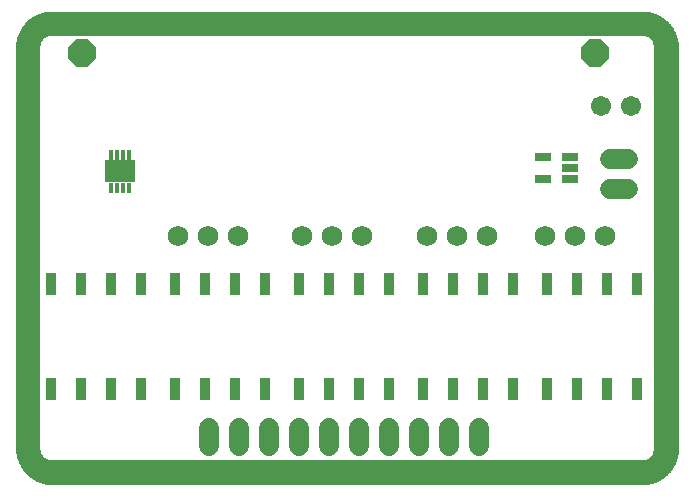
<source format=gts>
G04 EAGLE Gerber RS-274X export*
G75*
%MOMM*%
%FSLAX35Y35*%
%LPD*%
%INsolder_mask_top*%
%IPPOS*%
%AMOC8*
5,1,8,0,0,1.08239X$1,22.5*%
G01*
%ADD10C,0.000000*%
%ADD11C,2.000000*%
%ADD12C,1.727200*%
%ADD13R,0.453200X0.903200*%
%ADD14R,2.583200X1.853200*%
%ADD15R,1.403200X0.803200*%
%ADD16C,1.703200*%
%ADD17R,0.853200X1.853200*%
%ADD18C,1.727200*%
%ADD19P,2.556822X8X22.500000*%


D10*
X5600000Y3700000D02*
X5600000Y300000D01*
X5599912Y292751D01*
X5599650Y285506D01*
X5599212Y278270D01*
X5598599Y271046D01*
X5597813Y263839D01*
X5596852Y256653D01*
X5595718Y249493D01*
X5594411Y242362D01*
X5592932Y235265D01*
X5591283Y228205D01*
X5589463Y221188D01*
X5587474Y214216D01*
X5585317Y207295D01*
X5582994Y200428D01*
X5580505Y193619D01*
X5577852Y186872D01*
X5575038Y180191D01*
X5572062Y173580D01*
X5568928Y167043D01*
X5565637Y160583D01*
X5562190Y154205D01*
X5558591Y147912D01*
X5554840Y141708D01*
X5550941Y135596D01*
X5546895Y129581D01*
X5542705Y123664D01*
X5538373Y117851D01*
X5533902Y112144D01*
X5529295Y106547D01*
X5524553Y101063D01*
X5519681Y95695D01*
X5514680Y90447D01*
X5509553Y85320D01*
X5504305Y80319D01*
X5498937Y75447D01*
X5493453Y70705D01*
X5487856Y66098D01*
X5482149Y61627D01*
X5476336Y57295D01*
X5470419Y53105D01*
X5464404Y49059D01*
X5458292Y45160D01*
X5452088Y41409D01*
X5445795Y37810D01*
X5439417Y34363D01*
X5432957Y31072D01*
X5426420Y27938D01*
X5419809Y24962D01*
X5413128Y22148D01*
X5406381Y19495D01*
X5399572Y17006D01*
X5392705Y14683D01*
X5385784Y12526D01*
X5378812Y10537D01*
X5371795Y8717D01*
X5364735Y7068D01*
X5357638Y5589D01*
X5350507Y4282D01*
X5343347Y3148D01*
X5336161Y2187D01*
X5328954Y1401D01*
X5321730Y788D01*
X5314494Y350D01*
X5307249Y88D01*
X5300000Y0D01*
X300000Y0D01*
X292751Y88D01*
X285506Y350D01*
X278270Y788D01*
X271046Y1401D01*
X263839Y2187D01*
X256653Y3148D01*
X249493Y4282D01*
X242362Y5589D01*
X235265Y7068D01*
X228205Y8717D01*
X221188Y10537D01*
X214216Y12526D01*
X207295Y14683D01*
X200428Y17006D01*
X193619Y19495D01*
X186872Y22148D01*
X180191Y24962D01*
X173580Y27938D01*
X167043Y31072D01*
X160583Y34363D01*
X154205Y37810D01*
X147912Y41409D01*
X141708Y45160D01*
X135596Y49059D01*
X129581Y53105D01*
X123664Y57295D01*
X117851Y61627D01*
X112144Y66098D01*
X106547Y70705D01*
X101063Y75447D01*
X95695Y80319D01*
X90447Y85320D01*
X85320Y90447D01*
X80319Y95695D01*
X75447Y101063D01*
X70705Y106547D01*
X66098Y112144D01*
X61627Y117851D01*
X57295Y123664D01*
X53105Y129581D01*
X49059Y135596D01*
X45160Y141708D01*
X41409Y147912D01*
X37810Y154205D01*
X34363Y160583D01*
X31072Y167043D01*
X27938Y173580D01*
X24962Y180191D01*
X22148Y186872D01*
X19495Y193619D01*
X17006Y200428D01*
X14683Y207295D01*
X12526Y214216D01*
X10537Y221188D01*
X8717Y228205D01*
X7068Y235265D01*
X5589Y242362D01*
X4282Y249493D01*
X3148Y256653D01*
X2187Y263839D01*
X1401Y271046D01*
X788Y278270D01*
X350Y285506D01*
X88Y292751D01*
X0Y300000D01*
X0Y3700000D01*
X88Y3707249D01*
X350Y3714494D01*
X788Y3721730D01*
X1401Y3728954D01*
X2187Y3736161D01*
X3148Y3743347D01*
X4282Y3750507D01*
X5589Y3757638D01*
X7068Y3764735D01*
X8717Y3771795D01*
X10537Y3778812D01*
X12526Y3785784D01*
X14683Y3792705D01*
X17006Y3799572D01*
X19495Y3806381D01*
X22148Y3813128D01*
X24962Y3819809D01*
X27938Y3826420D01*
X31072Y3832957D01*
X34363Y3839417D01*
X37810Y3845795D01*
X41409Y3852088D01*
X45160Y3858292D01*
X49059Y3864404D01*
X53105Y3870419D01*
X57295Y3876336D01*
X61627Y3882149D01*
X66098Y3887856D01*
X70705Y3893453D01*
X75447Y3898937D01*
X80319Y3904305D01*
X85320Y3909553D01*
X90447Y3914680D01*
X95695Y3919681D01*
X101063Y3924553D01*
X106547Y3929295D01*
X112144Y3933902D01*
X117851Y3938373D01*
X123664Y3942705D01*
X129581Y3946895D01*
X135596Y3950941D01*
X141708Y3954840D01*
X147912Y3958591D01*
X154205Y3962190D01*
X160583Y3965637D01*
X167043Y3968928D01*
X173580Y3972062D01*
X180191Y3975038D01*
X186872Y3977852D01*
X193619Y3980505D01*
X200428Y3982994D01*
X207295Y3985317D01*
X214216Y3987474D01*
X221188Y3989463D01*
X228205Y3991283D01*
X235265Y3992932D01*
X242362Y3994411D01*
X249493Y3995718D01*
X256653Y3996852D01*
X263839Y3997813D01*
X271046Y3998599D01*
X278270Y3999212D01*
X285506Y3999650D01*
X292751Y3999912D01*
X300000Y4000000D01*
X5300000Y4000000D01*
X5307249Y3999912D01*
X5314494Y3999650D01*
X5321730Y3999212D01*
X5328954Y3998599D01*
X5336161Y3997813D01*
X5343347Y3996852D01*
X5350507Y3995718D01*
X5357638Y3994411D01*
X5364735Y3992932D01*
X5371795Y3991283D01*
X5378812Y3989463D01*
X5385784Y3987474D01*
X5392705Y3985317D01*
X5399572Y3982994D01*
X5406381Y3980505D01*
X5413128Y3977852D01*
X5419809Y3975038D01*
X5426420Y3972062D01*
X5432957Y3968928D01*
X5439417Y3965637D01*
X5445795Y3962190D01*
X5452088Y3958591D01*
X5458292Y3954840D01*
X5464404Y3950941D01*
X5470419Y3946895D01*
X5476336Y3942705D01*
X5482149Y3938373D01*
X5487856Y3933902D01*
X5493453Y3929295D01*
X5498937Y3924553D01*
X5504305Y3919681D01*
X5509553Y3914680D01*
X5514680Y3909553D01*
X5519681Y3904305D01*
X5524553Y3898937D01*
X5529295Y3893453D01*
X5533902Y3887856D01*
X5538373Y3882149D01*
X5542705Y3876336D01*
X5546895Y3870419D01*
X5550941Y3864404D01*
X5554840Y3858292D01*
X5558591Y3852088D01*
X5562190Y3845795D01*
X5565637Y3839417D01*
X5568928Y3832957D01*
X5572062Y3826420D01*
X5575038Y3819809D01*
X5577852Y3813128D01*
X5580505Y3806381D01*
X5582994Y3799572D01*
X5585317Y3792705D01*
X5587474Y3785784D01*
X5589463Y3778812D01*
X5591283Y3771795D01*
X5592932Y3764735D01*
X5594411Y3757638D01*
X5595718Y3750507D01*
X5596852Y3743347D01*
X5597813Y3736161D01*
X5598599Y3728954D01*
X5599212Y3721730D01*
X5599650Y3714494D01*
X5599912Y3707249D01*
X5600000Y3700000D01*
D11*
X5300000Y100000D02*
X300000Y100000D01*
X295167Y100058D01*
X290337Y100234D01*
X285513Y100525D01*
X280697Y100934D01*
X275893Y101458D01*
X271102Y102099D01*
X266329Y102855D01*
X261575Y103726D01*
X256843Y104712D01*
X252137Y105812D01*
X247459Y107025D01*
X242811Y108351D01*
X238197Y109789D01*
X233618Y111338D01*
X229079Y112997D01*
X224581Y114765D01*
X220127Y116642D01*
X215720Y118625D01*
X211362Y120715D01*
X207055Y122909D01*
X202803Y125206D01*
X198608Y127606D01*
X194472Y130106D01*
X190397Y132706D01*
X186387Y135403D01*
X182443Y138197D01*
X178567Y141084D01*
X174763Y144065D01*
X171032Y147137D01*
X167375Y150298D01*
X163797Y153546D01*
X160298Y156880D01*
X156880Y160298D01*
X153546Y163797D01*
X150298Y167375D01*
X147137Y171032D01*
X144065Y174763D01*
X141084Y178567D01*
X138197Y182443D01*
X135403Y186387D01*
X132706Y190397D01*
X130106Y194472D01*
X127606Y198608D01*
X125206Y202803D01*
X122909Y207055D01*
X120715Y211362D01*
X118625Y215720D01*
X116642Y220127D01*
X114765Y224581D01*
X112997Y229079D01*
X111338Y233618D01*
X109789Y238197D01*
X108351Y242811D01*
X107025Y247459D01*
X105812Y252137D01*
X104712Y256843D01*
X103726Y261575D01*
X102855Y266329D01*
X102099Y271102D01*
X101458Y275893D01*
X100934Y280697D01*
X100525Y285513D01*
X100234Y290337D01*
X100058Y295167D01*
X100000Y300000D01*
X100000Y3700000D01*
X100058Y3704833D01*
X100234Y3709663D01*
X100525Y3714487D01*
X100934Y3719303D01*
X101458Y3724107D01*
X102099Y3728898D01*
X102855Y3733671D01*
X103726Y3738425D01*
X104712Y3743157D01*
X105812Y3747863D01*
X107025Y3752541D01*
X108351Y3757189D01*
X109789Y3761803D01*
X111338Y3766382D01*
X112997Y3770921D01*
X114765Y3775419D01*
X116642Y3779873D01*
X118625Y3784280D01*
X120715Y3788638D01*
X122909Y3792945D01*
X125206Y3797197D01*
X127606Y3801392D01*
X130106Y3805528D01*
X132706Y3809603D01*
X135403Y3813613D01*
X138197Y3817557D01*
X141084Y3821433D01*
X144065Y3825237D01*
X147137Y3828968D01*
X150298Y3832625D01*
X153546Y3836203D01*
X156880Y3839702D01*
X160298Y3843120D01*
X163797Y3846454D01*
X167375Y3849702D01*
X171032Y3852863D01*
X174763Y3855935D01*
X178567Y3858916D01*
X182443Y3861803D01*
X186387Y3864597D01*
X190397Y3867294D01*
X194472Y3869894D01*
X198608Y3872394D01*
X202803Y3874794D01*
X207055Y3877091D01*
X211362Y3879285D01*
X215720Y3881375D01*
X220127Y3883358D01*
X224581Y3885235D01*
X229079Y3887003D01*
X233618Y3888662D01*
X238197Y3890211D01*
X242811Y3891649D01*
X247459Y3892975D01*
X252137Y3894188D01*
X256843Y3895288D01*
X261575Y3896274D01*
X266329Y3897145D01*
X271102Y3897901D01*
X275893Y3898542D01*
X280697Y3899066D01*
X285513Y3899475D01*
X290337Y3899766D01*
X295167Y3899942D01*
X300000Y3900000D01*
X5300000Y3900000D01*
X5304833Y3899942D01*
X5309663Y3899766D01*
X5314487Y3899475D01*
X5319303Y3899066D01*
X5324107Y3898542D01*
X5328898Y3897901D01*
X5333671Y3897145D01*
X5338425Y3896274D01*
X5343157Y3895288D01*
X5347863Y3894188D01*
X5352541Y3892975D01*
X5357189Y3891649D01*
X5361803Y3890211D01*
X5366382Y3888662D01*
X5370921Y3887003D01*
X5375419Y3885235D01*
X5379873Y3883358D01*
X5384280Y3881375D01*
X5388638Y3879285D01*
X5392945Y3877091D01*
X5397197Y3874794D01*
X5401392Y3872394D01*
X5405528Y3869894D01*
X5409603Y3867294D01*
X5413613Y3864597D01*
X5417557Y3861803D01*
X5421433Y3858916D01*
X5425237Y3855935D01*
X5428968Y3852863D01*
X5432625Y3849702D01*
X5436203Y3846454D01*
X5439702Y3843120D01*
X5443120Y3839702D01*
X5446454Y3836203D01*
X5449702Y3832625D01*
X5452863Y3828968D01*
X5455935Y3825237D01*
X5458916Y3821433D01*
X5461803Y3817557D01*
X5464597Y3813613D01*
X5467294Y3809603D01*
X5469894Y3805528D01*
X5472394Y3801392D01*
X5474794Y3797197D01*
X5477091Y3792945D01*
X5479285Y3788638D01*
X5481375Y3784280D01*
X5483358Y3779873D01*
X5485235Y3775419D01*
X5487003Y3770921D01*
X5488662Y3766382D01*
X5490211Y3761803D01*
X5491649Y3757189D01*
X5492975Y3752541D01*
X5494188Y3747863D01*
X5495288Y3743157D01*
X5496274Y3738425D01*
X5497145Y3733671D01*
X5497901Y3728898D01*
X5498542Y3724107D01*
X5499066Y3719303D01*
X5499475Y3714487D01*
X5499766Y3709663D01*
X5499942Y3704833D01*
X5500000Y3700000D01*
X5500000Y300000D01*
X5499942Y295167D01*
X5499766Y290337D01*
X5499475Y285513D01*
X5499066Y280697D01*
X5498542Y275893D01*
X5497901Y271102D01*
X5497145Y266329D01*
X5496274Y261575D01*
X5495288Y256843D01*
X5494188Y252137D01*
X5492975Y247459D01*
X5491649Y242811D01*
X5490211Y238197D01*
X5488662Y233618D01*
X5487003Y229079D01*
X5485235Y224581D01*
X5483358Y220127D01*
X5481375Y215720D01*
X5479285Y211362D01*
X5477091Y207055D01*
X5474794Y202803D01*
X5472394Y198608D01*
X5469894Y194472D01*
X5467294Y190397D01*
X5464597Y186387D01*
X5461803Y182443D01*
X5458916Y178567D01*
X5455935Y174763D01*
X5452863Y171032D01*
X5449702Y167375D01*
X5446454Y163797D01*
X5443120Y160298D01*
X5439702Y156880D01*
X5436203Y153546D01*
X5432625Y150298D01*
X5428968Y147137D01*
X5425237Y144065D01*
X5421433Y141084D01*
X5417557Y138197D01*
X5413613Y135403D01*
X5409603Y132706D01*
X5405528Y130106D01*
X5401392Y127606D01*
X5397197Y125206D01*
X5392945Y122909D01*
X5388638Y120715D01*
X5384280Y118625D01*
X5379873Y116642D01*
X5375419Y114765D01*
X5370921Y112997D01*
X5366382Y111338D01*
X5361803Y109789D01*
X5357189Y108351D01*
X5352541Y107025D01*
X5347863Y105812D01*
X5343157Y104712D01*
X5338425Y103726D01*
X5333671Y102855D01*
X5328898Y102099D01*
X5324107Y101458D01*
X5319303Y100934D01*
X5314487Y100525D01*
X5309663Y100234D01*
X5304833Y100058D01*
X5300000Y100000D01*
D12*
X1371000Y2100000D03*
X1625000Y2100000D03*
X1879000Y2100000D03*
X4471000Y2100000D03*
X4725000Y2100000D03*
X4979000Y2100000D03*
X2421000Y2100000D03*
X2675000Y2100000D03*
X2929000Y2100000D03*
X3471000Y2100000D03*
X3725000Y2100000D03*
X3979000Y2100000D03*
D13*
X950000Y2790000D03*
X900000Y2790000D03*
X850000Y2790000D03*
X800000Y2790000D03*
X800000Y2510000D03*
X850000Y2510000D03*
X900000Y2510000D03*
X950000Y2510000D03*
D14*
X875000Y2650000D03*
D15*
X4690000Y2675000D03*
X4690000Y2580000D03*
X4690000Y2770000D03*
X4460000Y2770000D03*
X4460000Y2580000D03*
D16*
X4948000Y3200000D03*
X5202000Y3200000D03*
D17*
X294000Y806000D03*
X548000Y806000D03*
X802000Y806000D03*
X802000Y1698000D03*
X548000Y1698000D03*
X294000Y1698000D03*
X1056000Y1698000D03*
X1056000Y806000D03*
X1344000Y806000D03*
X1598000Y806000D03*
X1852000Y806000D03*
X1852000Y1698000D03*
X1598000Y1698000D03*
X1344000Y1698000D03*
X2106000Y1698000D03*
X2106000Y806000D03*
X2394000Y806000D03*
X2648000Y806000D03*
X2902000Y806000D03*
X2902000Y1698000D03*
X2648000Y1698000D03*
X2394000Y1698000D03*
X3156000Y1698000D03*
X3156000Y806000D03*
X3444000Y806000D03*
X3698000Y806000D03*
X3952000Y806000D03*
X3952000Y1698000D03*
X3698000Y1698000D03*
X3444000Y1698000D03*
X4206000Y1698000D03*
X4206000Y806000D03*
X4494000Y806000D03*
X4748000Y806000D03*
X5002000Y806000D03*
X5002000Y1698000D03*
X4748000Y1698000D03*
X4494000Y1698000D03*
X5256000Y1698000D03*
X5256000Y806000D03*
D18*
X1632000Y476200D02*
X1632000Y323800D01*
X1886000Y323800D02*
X1886000Y476200D01*
X2140000Y476200D02*
X2140000Y323800D01*
X2394000Y323800D02*
X2394000Y476200D01*
X2648000Y476200D02*
X2648000Y323800D01*
X2902000Y323800D02*
X2902000Y476200D01*
X3156000Y476200D02*
X3156000Y323800D01*
X3410000Y323800D02*
X3410000Y476200D01*
X3664000Y476200D02*
X3664000Y323800D01*
X3918000Y323800D02*
X3918000Y476200D01*
D19*
X4900000Y3650000D03*
X550000Y3650000D03*
D18*
X5023800Y2752000D02*
X5176200Y2752000D01*
X5176200Y2498000D02*
X5023800Y2498000D01*
M02*

</source>
